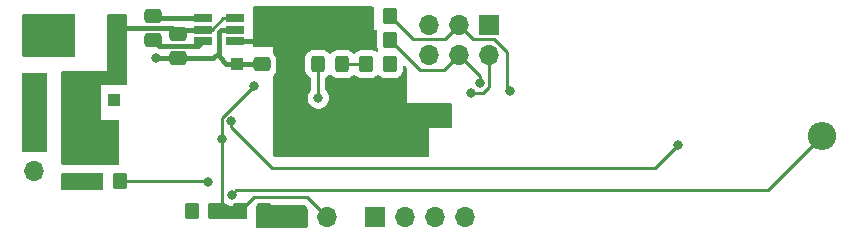
<source format=gbr>
%TF.GenerationSoftware,KiCad,Pcbnew,(6.0.7-1)-1*%
%TF.CreationDate,2024-09-17T13:20:57+05:30*%
%TF.ProjectId,DIY_BMS,4449595f-424d-4532-9e6b-696361645f70,rev?*%
%TF.SameCoordinates,Original*%
%TF.FileFunction,Copper,L1,Top*%
%TF.FilePolarity,Positive*%
%FSLAX46Y46*%
G04 Gerber Fmt 4.6, Leading zero omitted, Abs format (unit mm)*
G04 Created by KiCad (PCBNEW (6.0.7-1)-1) date 2024-09-17 13:20:57*
%MOMM*%
%LPD*%
G01*
G04 APERTURE LIST*
G04 Aperture macros list*
%AMRoundRect*
0 Rectangle with rounded corners*
0 $1 Rounding radius*
0 $2 $3 $4 $5 $6 $7 $8 $9 X,Y pos of 4 corners*
0 Add a 4 corners polygon primitive as box body*
4,1,4,$2,$3,$4,$5,$6,$7,$8,$9,$2,$3,0*
0 Add four circle primitives for the rounded corners*
1,1,$1+$1,$2,$3*
1,1,$1+$1,$4,$5*
1,1,$1+$1,$6,$7*
1,1,$1+$1,$8,$9*
0 Add four rect primitives between the rounded corners*
20,1,$1+$1,$2,$3,$4,$5,0*
20,1,$1+$1,$4,$5,$6,$7,0*
20,1,$1+$1,$6,$7,$8,$9,0*
20,1,$1+$1,$8,$9,$2,$3,0*%
G04 Aperture macros list end*
%TA.AperFunction,SMDPad,CuDef*%
%ADD10R,1.800000X3.500000*%
%TD*%
%TA.AperFunction,SMDPad,CuDef*%
%ADD11RoundRect,0.250000X0.400000X1.450000X-0.400000X1.450000X-0.400000X-1.450000X0.400000X-1.450000X0*%
%TD*%
%TA.AperFunction,SMDPad,CuDef*%
%ADD12RoundRect,0.250000X0.350000X0.450000X-0.350000X0.450000X-0.350000X-0.450000X0.350000X-0.450000X0*%
%TD*%
%TA.AperFunction,ComponentPad*%
%ADD13R,1.700000X1.700000*%
%TD*%
%TA.AperFunction,ComponentPad*%
%ADD14O,1.700000X1.700000*%
%TD*%
%TA.AperFunction,SMDPad,CuDef*%
%ADD15RoundRect,0.250000X-0.350000X-0.450000X0.350000X-0.450000X0.350000X0.450000X-0.350000X0.450000X0*%
%TD*%
%TA.AperFunction,SMDPad,CuDef*%
%ADD16RoundRect,0.250000X0.325000X0.450000X-0.325000X0.450000X-0.325000X-0.450000X0.325000X-0.450000X0*%
%TD*%
%TA.AperFunction,ComponentPad*%
%ADD17R,1.000000X1.000000*%
%TD*%
%TA.AperFunction,SMDPad,CuDef*%
%ADD18RoundRect,0.250000X-0.475000X0.337500X-0.475000X-0.337500X0.475000X-0.337500X0.475000X0.337500X0*%
%TD*%
%TA.AperFunction,SMDPad,CuDef*%
%ADD19RoundRect,0.250000X0.450000X-0.325000X0.450000X0.325000X-0.450000X0.325000X-0.450000X-0.325000X0*%
%TD*%
%TA.AperFunction,ComponentPad*%
%ADD20C,2.400000*%
%TD*%
%TA.AperFunction,ComponentPad*%
%ADD21O,2.400000X2.400000*%
%TD*%
%TA.AperFunction,SMDPad,CuDef*%
%ADD22RoundRect,0.250000X0.475000X-0.337500X0.475000X0.337500X-0.475000X0.337500X-0.475000X-0.337500X0*%
%TD*%
%TA.AperFunction,SMDPad,CuDef*%
%ADD23R,1.560000X0.650000*%
%TD*%
%TA.AperFunction,ViaPad*%
%ADD24C,0.800000*%
%TD*%
%TA.AperFunction,Conductor*%
%ADD25C,0.450000*%
%TD*%
%TA.AperFunction,Conductor*%
%ADD26C,0.250000*%
%TD*%
G04 APERTURE END LIST*
D10*
%TO.P,D1,1,K*%
%TO.N,Net-(D1-Pad1)*%
X127051600Y-91012000D03*
%TO.P,D1,2,A*%
%TO.N,+BATT*%
X127051600Y-96012000D03*
%TD*%
D11*
%TO.P,F1,1*%
%TO.N,Net-(C2-Pad1)*%
X134305000Y-90962000D03*
%TO.P,F1,2*%
%TO.N,Net-(D1-Pad1)*%
X129855000Y-90962000D03*
%TD*%
D12*
%TO.P,R3,1*%
%TO.N,3V3*%
X146542000Y-105918000D03*
%TO.P,R3,2*%
%TO.N,Net-(J3-Pad5)*%
X144542000Y-105918000D03*
%TD*%
D13*
%TO.P,TH1,1*%
%TO.N,3V3*%
X149347000Y-106426000D03*
D14*
%TO.P,TH1,2*%
%TO.N,Net-(J3-Pad5)*%
X151887000Y-106426000D03*
%TD*%
D15*
%TO.P,R9,1*%
%TO.N,3V3*%
X155210000Y-89408000D03*
%TO.P,R9,2*%
%TO.N,Net-(J3-Pad3)*%
X157210000Y-89408000D03*
%TD*%
D13*
%TO.P,J1,1,Pin_1*%
%TO.N,+BATT*%
X127101600Y-99999800D03*
D14*
%TO.P,J1,2,Pin_2*%
%TO.N,GND*%
X127101600Y-102539800D03*
%TD*%
D15*
%TO.P,R8,1*%
%TO.N,3V3*%
X155226000Y-91440000D03*
%TO.P,R8,2*%
%TO.N,Net-(J3-Pad4)*%
X157226000Y-91440000D03*
%TD*%
D13*
%TO.P,J2,1,Pin_1*%
%TO.N,Net-(J2-Pad1)*%
X155966000Y-106426000D03*
D14*
%TO.P,J2,2,Pin_2*%
%TO.N,Net-(J2-Pad2)*%
X158506000Y-106426000D03*
%TO.P,J2,3,Pin_3*%
%TO.N,Net-(J2-Pad3)*%
X161046000Y-106426000D03*
%TO.P,J2,4,Pin_4*%
%TO.N,Net-(J2-Pad4)*%
X163586000Y-106426000D03*
%TD*%
D15*
%TO.P,R2,1*%
%TO.N,Net-(D2-Pad1)*%
X132350000Y-103399800D03*
%TO.P,R2,2*%
%TO.N,Net-(Q1-Pad3)*%
X134350000Y-103399800D03*
%TD*%
D16*
%TO.P,D3,1,K*%
%TO.N,Net-(D3-Pad1)*%
X153171000Y-93472000D03*
%TO.P,D3,2,A*%
%TO.N,Net-(D3-Pad2)*%
X151121000Y-93472000D03*
%TD*%
D17*
%TO.P,GND,1,1*%
%TO.N,GND*%
X144272000Y-93472000D03*
%TD*%
D12*
%TO.P,R10,1*%
%TO.N,GND*%
X157226000Y-93472000D03*
%TO.P,R10,2*%
%TO.N,Net-(D3-Pad1)*%
X155226000Y-93472000D03*
%TD*%
%TO.P,R4,1*%
%TO.N,Net-(J3-Pad5)*%
X142478000Y-105918000D03*
%TO.P,R4,2*%
%TO.N,GND*%
X140478000Y-105918000D03*
%TD*%
D13*
%TO.P,J3,1,Pin_1*%
%TO.N,Net-(D3-Pad2)*%
X165593000Y-90165000D03*
D14*
%TO.P,J3,2,Pin_2*%
%TO.N,3V3*%
X165593000Y-92705000D03*
%TO.P,J3,3,Pin_3*%
%TO.N,Net-(J3-Pad3)*%
X163053000Y-90165000D03*
%TO.P,J3,4,Pin_4*%
%TO.N,Net-(J3-Pad4)*%
X163053000Y-92705000D03*
%TO.P,J3,5,Pin_5*%
%TO.N,Net-(J3-Pad5)*%
X160513000Y-90165000D03*
%TO.P,J3,6,Pin_6*%
%TO.N,GND*%
X160513000Y-92705000D03*
%TD*%
D18*
%TO.P,C3,1*%
%TO.N,3V3*%
X146360000Y-91432500D03*
%TO.P,C3,2*%
%TO.N,GND*%
X146360000Y-93507500D03*
%TD*%
D19*
%TO.P,D2,1,K*%
%TO.N,Net-(D2-Pad1)*%
X130048000Y-103479800D03*
%TO.P,D2,2,A*%
%TO.N,Net-(C2-Pad1)*%
X130048000Y-101429800D03*
%TD*%
D20*
%TO.P,R1,1*%
%TO.N,Net-(C2-Pad1)*%
X132842000Y-99599800D03*
D21*
%TO.P,R1,2*%
%TO.N,Net-(Q1-Pad3)*%
X193802000Y-99599800D03*
%TD*%
D22*
%TO.P,C1,1*%
%TO.N,Net-(C1-Pad1)*%
X137160000Y-91461500D03*
%TO.P,C1,2*%
%TO.N,Net-(C1-Pad2)*%
X137160000Y-89386500D03*
%TD*%
D23*
%TO.P,U1,1,VOUT*%
%TO.N,3V3*%
X144108600Y-91502600D03*
%TO.P,U1,2,GND*%
%TO.N,GND*%
X144108600Y-90552600D03*
%TO.P,U1,3,ENABLE*%
%TO.N,Net-(C2-Pad1)*%
X144108600Y-89602600D03*
%TO.P,U1,4,CPUMP-*%
%TO.N,Net-(C1-Pad2)*%
X141408600Y-89602600D03*
%TO.P,U1,5,VIN*%
%TO.N,Net-(C2-Pad1)*%
X141408600Y-90552600D03*
%TO.P,U1,6,CPUMP+*%
%TO.N,Net-(C1-Pad1)*%
X141408600Y-91502600D03*
%TD*%
D18*
%TO.P,C2,1*%
%TO.N,Net-(C2-Pad1)*%
X139260000Y-90924000D03*
%TO.P,C2,2*%
%TO.N,GND*%
X139260000Y-92999000D03*
%TD*%
D17*
%TO.P,TP1,1,1*%
%TO.N,Net-(C4-Pad1)*%
X133858000Y-96520000D03*
%TD*%
D24*
%TO.N,GND*%
X137400000Y-93000000D03*
X157250000Y-93450000D03*
X140450000Y-105950000D03*
X146360000Y-93507500D03*
%TO.N,3V3*%
X153200000Y-100750000D03*
X150750000Y-100750000D03*
X161550000Y-98250000D03*
X154550000Y-100750000D03*
X151950000Y-100750000D03*
X164100000Y-95950000D03*
X156100000Y-100750000D03*
%TO.N,Net-(D3-Pad2)*%
X151150000Y-96350000D03*
%TO.N,Net-(J3-Pad3)*%
X167400000Y-95800000D03*
%TO.N,Net-(J3-Pad4)*%
X164800299Y-95050299D03*
%TO.N,Net-(J3-Pad5)*%
X143002000Y-99822000D03*
X145700000Y-95300000D03*
%TO.N,Net-(Q1-Pad1)*%
X181610000Y-100330000D03*
X143764000Y-98298000D03*
%TO.N,Net-(Q1-Pad3)*%
X141850000Y-103500000D03*
X143800000Y-104550000D03*
%TD*%
D25*
%TO.N,Net-(C1-Pad1)*%
X140961200Y-91950000D02*
X141408600Y-91502600D01*
X137160000Y-91461500D02*
X137648500Y-91950000D01*
X137648500Y-91950000D02*
X140961200Y-91950000D01*
%TO.N,Net-(C1-Pad2)*%
X137376100Y-89602600D02*
X141408600Y-89602600D01*
X137160000Y-89386500D02*
X137376100Y-89602600D01*
%TO.N,Net-(C2-Pad1)*%
X139631400Y-90552600D02*
X139260000Y-90924000D01*
D26*
X144108600Y-89602600D02*
X143078600Y-89602600D01*
X142128600Y-90552600D02*
X141408600Y-90552600D01*
D25*
X141408600Y-90552600D02*
X139631400Y-90552600D01*
X134867000Y-90400000D02*
X134305000Y-90962000D01*
X138736000Y-90400000D02*
X134867000Y-90400000D01*
D26*
X143078600Y-89602600D02*
X142128600Y-90552600D01*
D25*
X139260000Y-90924000D02*
X138736000Y-90400000D01*
%TO.N,GND*%
X142700000Y-92800000D02*
X143372000Y-93472000D01*
X142250000Y-93000000D02*
X142700000Y-92550000D01*
X142700000Y-92550000D02*
X142700000Y-92800000D01*
X143372000Y-93472000D02*
X144272000Y-93472000D01*
X142947400Y-90552600D02*
X144108600Y-90552600D01*
X144307500Y-93507500D02*
X144272000Y-93472000D01*
X137400000Y-93000000D02*
X142250000Y-93000000D01*
X146360000Y-93507500D02*
X144307500Y-93507500D01*
X142700000Y-92550000D02*
X142700000Y-90800000D01*
X142700000Y-90800000D02*
X142947400Y-90552600D01*
%TO.N,3V3*%
X144108600Y-91502600D02*
X146289900Y-91502600D01*
X146289900Y-91502600D02*
X146360000Y-91432500D01*
D26*
X165593000Y-95393000D02*
X165593000Y-92705000D01*
X165600000Y-95400000D02*
X165593000Y-95393000D01*
X165050000Y-95950000D02*
X165600000Y-95400000D01*
X164100000Y-95950000D02*
X165050000Y-95950000D01*
%TO.N,Net-(D3-Pad1)*%
X153171000Y-93472000D02*
X155226000Y-93472000D01*
%TO.N,Net-(D3-Pad2)*%
X151150000Y-96350000D02*
X151121000Y-96321000D01*
X151121000Y-96321000D02*
X151121000Y-93472000D01*
%TO.N,Net-(J3-Pad3)*%
X159142000Y-91340000D02*
X157210000Y-89408000D01*
X164228000Y-91340000D02*
X163053000Y-90165000D01*
X167400000Y-95800000D02*
X167132000Y-95532000D01*
X166016000Y-91340000D02*
X164228000Y-91340000D01*
X167132000Y-95532000D02*
X167132000Y-92456000D01*
X167132000Y-92456000D02*
X166016000Y-91340000D01*
X163053000Y-90165000D02*
X161878000Y-91340000D01*
X161878000Y-91340000D02*
X159142000Y-91340000D01*
%TO.N,Net-(J3-Pad4)*%
X157226000Y-91440000D02*
X159766000Y-93980000D01*
X159766000Y-93980000D02*
X161778000Y-93980000D01*
X164800299Y-95050299D02*
X164800299Y-94452299D01*
X161778000Y-93980000D02*
X163053000Y-92705000D01*
X164800299Y-94452299D02*
X163053000Y-92705000D01*
%TO.N,Net-(J3-Pad5)*%
X143002000Y-99822000D02*
X143002000Y-105394000D01*
X150211000Y-104750000D02*
X145710000Y-104750000D01*
X143002000Y-105394000D02*
X142478000Y-105918000D01*
X145710000Y-104750000D02*
X144542000Y-105918000D01*
X143002000Y-98034695D02*
X143002000Y-99822000D01*
X145700000Y-95336695D02*
X143002000Y-98034695D01*
X151887000Y-106426000D02*
X150211000Y-104750000D01*
X145700000Y-95300000D02*
X145700000Y-95336695D01*
%TO.N,Net-(Q1-Pad1)*%
X181610000Y-100330000D02*
X179690000Y-102250000D01*
X143764000Y-98806000D02*
X143764000Y-98298000D01*
X179690000Y-102250000D02*
X147208000Y-102250000D01*
X147208000Y-102250000D02*
X143764000Y-98806000D01*
%TO.N,Net-(Q1-Pad3)*%
X144200000Y-104150000D02*
X189251800Y-104150000D01*
X189251800Y-104150000D02*
X193802000Y-99599800D01*
X141749800Y-103399800D02*
X141850000Y-103500000D01*
X143800000Y-104550000D02*
X144200000Y-104150000D01*
X134350000Y-103399800D02*
X141749800Y-103399800D01*
%TD*%
%TA.AperFunction,Conductor*%
%TO.N,3V3*%
G36*
X162442121Y-96820002D02*
G01*
X162488614Y-96873658D01*
X162500000Y-96926000D01*
X162500000Y-98724000D01*
X162479998Y-98792121D01*
X162426342Y-98838614D01*
X162374000Y-98850000D01*
X160550000Y-98850000D01*
X160550000Y-101224000D01*
X160529998Y-101292121D01*
X160476342Y-101338614D01*
X160424000Y-101350000D01*
X158650000Y-101350000D01*
X158650000Y-96800000D01*
X162374000Y-96800000D01*
X162442121Y-96820002D01*
G37*
%TD.AperFunction*%
%TD*%
%TA.AperFunction,Conductor*%
%TO.N,Net-(C2-Pad1)*%
G36*
X134242121Y-98220002D02*
G01*
X134288614Y-98273658D01*
X134300000Y-98326000D01*
X134300000Y-101874000D01*
X134279998Y-101942121D01*
X134226342Y-101988614D01*
X134174000Y-102000000D01*
X129476000Y-102000000D01*
X129407879Y-101979998D01*
X129361386Y-101926342D01*
X129350000Y-101874000D01*
X129350000Y-100946905D01*
X129370002Y-100878784D01*
X129380775Y-100864393D01*
X129393247Y-100850000D01*
X129400000Y-100850000D01*
X129400000Y-98200000D01*
X134174000Y-98200000D01*
X134242121Y-98220002D01*
G37*
%TD.AperFunction*%
%TD*%
%TA.AperFunction,Conductor*%
%TO.N,Net-(D2-Pad1)*%
G36*
X132892121Y-102720002D02*
G01*
X132938614Y-102773658D01*
X132950000Y-102826000D01*
X132950000Y-104024000D01*
X132929998Y-104092121D01*
X132876342Y-104138614D01*
X132824000Y-104150000D01*
X129476000Y-104150000D01*
X129407879Y-104129998D01*
X129361386Y-104076342D01*
X129350000Y-104024000D01*
X129350000Y-102826000D01*
X129370002Y-102757879D01*
X129423658Y-102711386D01*
X129476000Y-102700000D01*
X132824000Y-102700000D01*
X132892121Y-102720002D01*
G37*
%TD.AperFunction*%
%TD*%
%TA.AperFunction,Conductor*%
%TO.N,Net-(J3-Pad5)*%
G36*
X143177474Y-105220002D02*
G01*
X143188009Y-105228046D01*
X143188747Y-105228866D01*
X143194089Y-105232747D01*
X143194091Y-105232749D01*
X143322440Y-105326000D01*
X143343248Y-105341118D01*
X143349276Y-105343802D01*
X143349278Y-105343803D01*
X143511681Y-105416109D01*
X143517712Y-105418794D01*
X143611113Y-105438647D01*
X143698056Y-105457128D01*
X143698061Y-105457128D01*
X143704513Y-105458500D01*
X143895487Y-105458500D01*
X143901939Y-105457128D01*
X143901944Y-105457128D01*
X143988887Y-105438647D01*
X144082288Y-105418794D01*
X144088319Y-105416109D01*
X144250722Y-105343803D01*
X144250724Y-105343802D01*
X144256752Y-105341118D01*
X144277560Y-105326000D01*
X144405909Y-105232749D01*
X144405911Y-105232747D01*
X144406634Y-105232222D01*
X144406636Y-105232221D01*
X144411253Y-105228866D01*
X144411866Y-105229710D01*
X144470342Y-105201647D01*
X144490647Y-105200000D01*
X145024000Y-105200000D01*
X145092121Y-105220002D01*
X145138614Y-105273658D01*
X145150000Y-105326000D01*
X145150000Y-106474000D01*
X145129998Y-106542121D01*
X145076342Y-106588614D01*
X145024000Y-106600000D01*
X141976000Y-106600000D01*
X141907879Y-106579998D01*
X141861386Y-106526342D01*
X141850000Y-106474000D01*
X141850000Y-105326000D01*
X141870002Y-105257879D01*
X141923658Y-105211386D01*
X141976000Y-105200000D01*
X143109353Y-105200000D01*
X143177474Y-105220002D01*
G37*
%TD.AperFunction*%
%TD*%
%TA.AperFunction,Conductor*%
%TO.N,Net-(D1-Pad1)*%
G36*
X130492121Y-89220002D02*
G01*
X130538614Y-89273658D01*
X130550000Y-89326000D01*
X130550000Y-92724000D01*
X130529998Y-92792121D01*
X130476342Y-92838614D01*
X130424000Y-92850000D01*
X126226000Y-92850000D01*
X126157879Y-92829998D01*
X126111386Y-92776342D01*
X126100000Y-92724000D01*
X126100000Y-89326000D01*
X126120002Y-89257879D01*
X126173658Y-89211386D01*
X126226000Y-89200000D01*
X130424000Y-89200000D01*
X130492121Y-89220002D01*
G37*
%TD.AperFunction*%
%TD*%
%TA.AperFunction,Conductor*%
%TO.N,Net-(C2-Pad1)*%
G36*
X134892121Y-89270002D02*
G01*
X134938614Y-89323658D01*
X134950000Y-89376000D01*
X134950000Y-95124000D01*
X134929998Y-95192121D01*
X134876342Y-95238614D01*
X134824000Y-95250000D01*
X132750000Y-95250000D01*
X132750000Y-98700000D01*
X129400000Y-98700000D01*
X129400000Y-94176000D01*
X129420002Y-94107879D01*
X129473658Y-94061386D01*
X129526000Y-94050000D01*
X133250000Y-94050000D01*
X133250000Y-89376000D01*
X133270002Y-89307879D01*
X133323658Y-89261386D01*
X133376000Y-89250000D01*
X134824000Y-89250000D01*
X134892121Y-89270002D01*
G37*
%TD.AperFunction*%
%TD*%
%TA.AperFunction,Conductor*%
%TO.N,+BATT*%
G36*
X128092121Y-94220002D02*
G01*
X128138614Y-94273658D01*
X128150000Y-94326000D01*
X128150000Y-100824000D01*
X128129998Y-100892121D01*
X128076342Y-100938614D01*
X128024000Y-100950000D01*
X126176000Y-100950000D01*
X126107879Y-100929998D01*
X126061386Y-100876342D01*
X126050000Y-100824000D01*
X126050000Y-94326000D01*
X126070002Y-94257879D01*
X126123658Y-94211386D01*
X126176000Y-94200000D01*
X128024000Y-94200000D01*
X128092121Y-94220002D01*
G37*
%TD.AperFunction*%
%TD*%
%TA.AperFunction,Conductor*%
%TO.N,3V3*%
G36*
X149964527Y-105403502D02*
G01*
X149985501Y-105420405D01*
X150213095Y-105647999D01*
X150247121Y-105710311D01*
X150250000Y-105737094D01*
X150250000Y-107224000D01*
X150229998Y-107292121D01*
X150176342Y-107338614D01*
X150124000Y-107350000D01*
X146026000Y-107350000D01*
X145957879Y-107329998D01*
X145911386Y-107276342D01*
X145900000Y-107224000D01*
X145900000Y-105509500D01*
X145920002Y-105441379D01*
X145973658Y-105394886D01*
X146026000Y-105383500D01*
X149896406Y-105383500D01*
X149964527Y-105403502D01*
G37*
%TD.AperFunction*%
%TD*%
%TA.AperFunction,Conductor*%
%TO.N,3V3*%
G36*
X155792121Y-88620002D02*
G01*
X155838614Y-88673658D01*
X155850000Y-88726000D01*
X155850000Y-90600000D01*
X147350000Y-90600000D01*
X147350000Y-92050000D01*
X145726000Y-92050000D01*
X145657879Y-92029998D01*
X145611386Y-91976342D01*
X145600000Y-91924000D01*
X145600000Y-88726000D01*
X145620002Y-88657879D01*
X145673658Y-88611386D01*
X145726000Y-88600000D01*
X155724000Y-88600000D01*
X155792121Y-88620002D01*
G37*
%TD.AperFunction*%
%TD*%
%TA.AperFunction,Conductor*%
%TO.N,3V3*%
G36*
X156099774Y-90620002D02*
G01*
X156146267Y-90673658D01*
X156156371Y-90743932D01*
X156151248Y-90765661D01*
X156128203Y-90835139D01*
X156117500Y-90939600D01*
X156117500Y-91940400D01*
X156128474Y-92046166D01*
X156184450Y-92213946D01*
X156196148Y-92232849D01*
X156214986Y-92301299D01*
X156193826Y-92369069D01*
X156139386Y-92414641D01*
X156068950Y-92423546D01*
X156022888Y-92406412D01*
X155904968Y-92333725D01*
X155904966Y-92333724D01*
X155898738Y-92329885D01*
X155738254Y-92276655D01*
X155737389Y-92276368D01*
X155737387Y-92276368D01*
X155730861Y-92274203D01*
X155724025Y-92273503D01*
X155724022Y-92273502D01*
X155680969Y-92269091D01*
X155626400Y-92263500D01*
X154825600Y-92263500D01*
X154822354Y-92263837D01*
X154822350Y-92263837D01*
X154726692Y-92273762D01*
X154726688Y-92273763D01*
X154719834Y-92274474D01*
X154713298Y-92276655D01*
X154713296Y-92276655D01*
X154639430Y-92301299D01*
X154552054Y-92330450D01*
X154401652Y-92423522D01*
X154276695Y-92548697D01*
X154274830Y-92546836D01*
X154226933Y-92580783D01*
X154156009Y-92584004D01*
X154095100Y-92548658D01*
X154094478Y-92547652D01*
X153969303Y-92422695D01*
X153956237Y-92414641D01*
X153824968Y-92333725D01*
X153824966Y-92333724D01*
X153818738Y-92329885D01*
X153658254Y-92276655D01*
X153657389Y-92276368D01*
X153657387Y-92276368D01*
X153650861Y-92274203D01*
X153644025Y-92273503D01*
X153644022Y-92273502D01*
X153600969Y-92269091D01*
X153546400Y-92263500D01*
X152795600Y-92263500D01*
X152792354Y-92263837D01*
X152792350Y-92263837D01*
X152696692Y-92273762D01*
X152696688Y-92273763D01*
X152689834Y-92274474D01*
X152683298Y-92276655D01*
X152683296Y-92276655D01*
X152609430Y-92301299D01*
X152522054Y-92330450D01*
X152371652Y-92423522D01*
X152246695Y-92548697D01*
X152244094Y-92552916D01*
X152186970Y-92593417D01*
X152116047Y-92596649D01*
X152054635Y-92561024D01*
X152048078Y-92553470D01*
X152044478Y-92547652D01*
X151919303Y-92422695D01*
X151906237Y-92414641D01*
X151774968Y-92333725D01*
X151774966Y-92333724D01*
X151768738Y-92329885D01*
X151608254Y-92276655D01*
X151607389Y-92276368D01*
X151607387Y-92276368D01*
X151600861Y-92274203D01*
X151594025Y-92273503D01*
X151594022Y-92273502D01*
X151550969Y-92269091D01*
X151496400Y-92263500D01*
X150745600Y-92263500D01*
X150742354Y-92263837D01*
X150742350Y-92263837D01*
X150646692Y-92273762D01*
X150646688Y-92273763D01*
X150639834Y-92274474D01*
X150633298Y-92276655D01*
X150633296Y-92276655D01*
X150559430Y-92301299D01*
X150472054Y-92330450D01*
X150321652Y-92423522D01*
X150196695Y-92548697D01*
X150103885Y-92699262D01*
X150101581Y-92706209D01*
X150055197Y-92846054D01*
X150048203Y-92867139D01*
X150037500Y-92971600D01*
X150037500Y-93972400D01*
X150037837Y-93975646D01*
X150037837Y-93975650D01*
X150041027Y-94006389D01*
X150048474Y-94078166D01*
X150104450Y-94245946D01*
X150197522Y-94396348D01*
X150322697Y-94521305D01*
X150328927Y-94525145D01*
X150328928Y-94525146D01*
X150427616Y-94585978D01*
X150475109Y-94638750D01*
X150487500Y-94693238D01*
X150487500Y-95679683D01*
X150467498Y-95747804D01*
X150455137Y-95763992D01*
X150410960Y-95813056D01*
X150315473Y-95978444D01*
X150256458Y-96160072D01*
X150236496Y-96350000D01*
X150256458Y-96539928D01*
X150315473Y-96721556D01*
X150410960Y-96886944D01*
X150538747Y-97028866D01*
X150693248Y-97141118D01*
X150699276Y-97143802D01*
X150699278Y-97143803D01*
X150861681Y-97216109D01*
X150867712Y-97218794D01*
X150961112Y-97238647D01*
X151048056Y-97257128D01*
X151048061Y-97257128D01*
X151054513Y-97258500D01*
X151245487Y-97258500D01*
X151251939Y-97257128D01*
X151251944Y-97257128D01*
X151338888Y-97238647D01*
X151432288Y-97218794D01*
X151438319Y-97216109D01*
X151600722Y-97143803D01*
X151600724Y-97143802D01*
X151606752Y-97141118D01*
X151761253Y-97028866D01*
X151889040Y-96886944D01*
X151984527Y-96721556D01*
X152043542Y-96539928D01*
X152063504Y-96350000D01*
X152043542Y-96160072D01*
X151984527Y-95978444D01*
X151889040Y-95813056D01*
X151844865Y-95763994D01*
X151786864Y-95699578D01*
X151756146Y-95635571D01*
X151754500Y-95615268D01*
X151754500Y-94693311D01*
X151774502Y-94625190D01*
X151814196Y-94586167D01*
X151920348Y-94520478D01*
X152045305Y-94395303D01*
X152047906Y-94391084D01*
X152105030Y-94350583D01*
X152175953Y-94347351D01*
X152237365Y-94382976D01*
X152243922Y-94390530D01*
X152247522Y-94396348D01*
X152372697Y-94521305D01*
X152378927Y-94525145D01*
X152378928Y-94525146D01*
X152516090Y-94609694D01*
X152523262Y-94614115D01*
X152597535Y-94638750D01*
X152684611Y-94667632D01*
X152684613Y-94667632D01*
X152691139Y-94669797D01*
X152697975Y-94670497D01*
X152697978Y-94670498D01*
X152741031Y-94674909D01*
X152795600Y-94680500D01*
X153546400Y-94680500D01*
X153549646Y-94680163D01*
X153549650Y-94680163D01*
X153645308Y-94670238D01*
X153645312Y-94670237D01*
X153652166Y-94669526D01*
X153658702Y-94667345D01*
X153658704Y-94667345D01*
X153805951Y-94618219D01*
X153819946Y-94613550D01*
X153970348Y-94520478D01*
X154095305Y-94395303D01*
X154097170Y-94397164D01*
X154145067Y-94363217D01*
X154215991Y-94359996D01*
X154276900Y-94395342D01*
X154277522Y-94396348D01*
X154281236Y-94400055D01*
X154281239Y-94400059D01*
X154336158Y-94454882D01*
X154402697Y-94521305D01*
X154408927Y-94525145D01*
X154408928Y-94525146D01*
X154546090Y-94609694D01*
X154553262Y-94614115D01*
X154627535Y-94638750D01*
X154714611Y-94667632D01*
X154714613Y-94667632D01*
X154721139Y-94669797D01*
X154727975Y-94670497D01*
X154727978Y-94670498D01*
X154771031Y-94674909D01*
X154825600Y-94680500D01*
X155626400Y-94680500D01*
X155629646Y-94680163D01*
X155629650Y-94680163D01*
X155725308Y-94670238D01*
X155725312Y-94670237D01*
X155732166Y-94669526D01*
X155738702Y-94667345D01*
X155738704Y-94667345D01*
X155885951Y-94618219D01*
X155899946Y-94613550D01*
X156050348Y-94520478D01*
X156136784Y-94433891D01*
X156199066Y-94399812D01*
X156269886Y-94404815D01*
X156314975Y-94433736D01*
X156336158Y-94454882D01*
X156402697Y-94521305D01*
X156408927Y-94525145D01*
X156408928Y-94525146D01*
X156546090Y-94609694D01*
X156553262Y-94614115D01*
X156627535Y-94638750D01*
X156714611Y-94667632D01*
X156714613Y-94667632D01*
X156721139Y-94669797D01*
X156727975Y-94670497D01*
X156727978Y-94670498D01*
X156771031Y-94674909D01*
X156825600Y-94680500D01*
X157626400Y-94680500D01*
X157629646Y-94680163D01*
X157629650Y-94680163D01*
X157725308Y-94670238D01*
X157725312Y-94670237D01*
X157732166Y-94669526D01*
X157738702Y-94667345D01*
X157738704Y-94667345D01*
X157885951Y-94618219D01*
X157899946Y-94613550D01*
X158050348Y-94520478D01*
X158175305Y-94395303D01*
X158179146Y-94389072D01*
X158264275Y-94250968D01*
X158264276Y-94250966D01*
X158268115Y-94244738D01*
X158323797Y-94076861D01*
X158327565Y-94040091D01*
X158328909Y-94026969D01*
X158334500Y-93972400D01*
X158334500Y-93748594D01*
X158354502Y-93680473D01*
X158408158Y-93633980D01*
X158478432Y-93623876D01*
X158543012Y-93653370D01*
X158549595Y-93659499D01*
X158613095Y-93722999D01*
X158647121Y-93785311D01*
X158650000Y-93812094D01*
X158650000Y-101350000D01*
X147476000Y-101350000D01*
X147407879Y-101329998D01*
X147361386Y-101276342D01*
X147350000Y-101224000D01*
X147350000Y-94454882D01*
X147370002Y-94386761D01*
X147386827Y-94365864D01*
X147429134Y-94323483D01*
X147434305Y-94318303D01*
X147438146Y-94312072D01*
X147523275Y-94173968D01*
X147523276Y-94173966D01*
X147527115Y-94167738D01*
X147559526Y-94070022D01*
X147580632Y-94006389D01*
X147580632Y-94006387D01*
X147582797Y-93999861D01*
X147593500Y-93895400D01*
X147593500Y-93119600D01*
X147582526Y-93013834D01*
X147526550Y-92846054D01*
X147433478Y-92695652D01*
X147386982Y-92649237D01*
X147352903Y-92586955D01*
X147350000Y-92560064D01*
X147350000Y-90600000D01*
X156031653Y-90600000D01*
X156099774Y-90620002D01*
G37*
%TD.AperFunction*%
%TD*%
M02*

</source>
